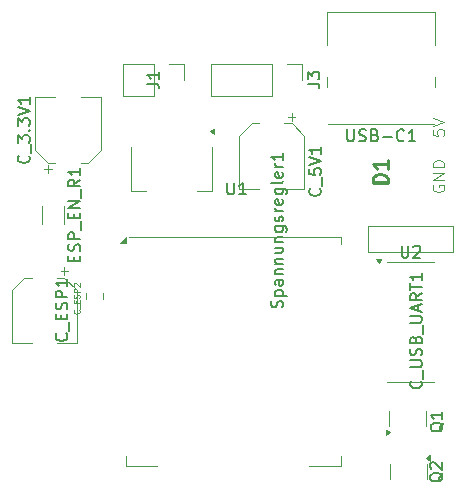
<source format=gbr>
%TF.GenerationSoftware,KiCad,Pcbnew,8.99.0-unknown-e6b739776e~181~ubuntu24.04.1*%
%TF.CreationDate,2024-12-30T21:47:43+01:00*%
%TF.ProjectId,Spinne_Werkstatt,5370696e-6e65-45f5-9765-726b73746174,rev?*%
%TF.SameCoordinates,Original*%
%TF.FileFunction,Legend,Top*%
%TF.FilePolarity,Positive*%
%FSLAX46Y46*%
G04 Gerber Fmt 4.6, Leading zero omitted, Abs format (unit mm)*
G04 Created by KiCad (PCBNEW 8.99.0-unknown-e6b739776e~181~ubuntu24.04.1) date 2024-12-30 21:47:43*
%MOMM*%
%LPD*%
G01*
G04 APERTURE LIST*
%ADD10C,0.100000*%
%ADD11C,0.150000*%
%ADD12C,0.062500*%
%ADD13C,0.254000*%
%ADD14C,0.120000*%
G04 APERTURE END LIST*
D10*
X156122419Y-43969925D02*
X156122419Y-44446115D01*
X156122419Y-44446115D02*
X156598609Y-44493734D01*
X156598609Y-44493734D02*
X156550990Y-44446115D01*
X156550990Y-44446115D02*
X156503371Y-44350877D01*
X156503371Y-44350877D02*
X156503371Y-44112782D01*
X156503371Y-44112782D02*
X156550990Y-44017544D01*
X156550990Y-44017544D02*
X156598609Y-43969925D01*
X156598609Y-43969925D02*
X156693847Y-43922306D01*
X156693847Y-43922306D02*
X156931942Y-43922306D01*
X156931942Y-43922306D02*
X157027180Y-43969925D01*
X157027180Y-43969925D02*
X157074800Y-44017544D01*
X157074800Y-44017544D02*
X157122419Y-44112782D01*
X157122419Y-44112782D02*
X157122419Y-44350877D01*
X157122419Y-44350877D02*
X157074800Y-44446115D01*
X157074800Y-44446115D02*
X157027180Y-44493734D01*
X156122419Y-43636591D02*
X157122419Y-43303258D01*
X157122419Y-43303258D02*
X156122419Y-42969925D01*
X156170038Y-48672306D02*
X156122419Y-48767544D01*
X156122419Y-48767544D02*
X156122419Y-48910401D01*
X156122419Y-48910401D02*
X156170038Y-49053258D01*
X156170038Y-49053258D02*
X156265276Y-49148496D01*
X156265276Y-49148496D02*
X156360514Y-49196115D01*
X156360514Y-49196115D02*
X156550990Y-49243734D01*
X156550990Y-49243734D02*
X156693847Y-49243734D01*
X156693847Y-49243734D02*
X156884323Y-49196115D01*
X156884323Y-49196115D02*
X156979561Y-49148496D01*
X156979561Y-49148496D02*
X157074800Y-49053258D01*
X157074800Y-49053258D02*
X157122419Y-48910401D01*
X157122419Y-48910401D02*
X157122419Y-48815163D01*
X157122419Y-48815163D02*
X157074800Y-48672306D01*
X157074800Y-48672306D02*
X157027180Y-48624687D01*
X157027180Y-48624687D02*
X156693847Y-48624687D01*
X156693847Y-48624687D02*
X156693847Y-48815163D01*
X157122419Y-48196115D02*
X156122419Y-48196115D01*
X156122419Y-48196115D02*
X157122419Y-47624687D01*
X157122419Y-47624687D02*
X156122419Y-47624687D01*
X157122419Y-47148496D02*
X156122419Y-47148496D01*
X156122419Y-47148496D02*
X156122419Y-46910401D01*
X156122419Y-46910401D02*
X156170038Y-46767544D01*
X156170038Y-46767544D02*
X156265276Y-46672306D01*
X156265276Y-46672306D02*
X156360514Y-46624687D01*
X156360514Y-46624687D02*
X156550990Y-46577068D01*
X156550990Y-46577068D02*
X156693847Y-46577068D01*
X156693847Y-46577068D02*
X156884323Y-46624687D01*
X156884323Y-46624687D02*
X156979561Y-46672306D01*
X156979561Y-46672306D02*
X157074800Y-46767544D01*
X157074800Y-46767544D02*
X157122419Y-46910401D01*
X157122419Y-46910401D02*
X157122419Y-47148496D01*
D11*
X125751009Y-55104761D02*
X125751009Y-54771428D01*
X126274819Y-54628571D02*
X126274819Y-55104761D01*
X126274819Y-55104761D02*
X125274819Y-55104761D01*
X125274819Y-55104761D02*
X125274819Y-54628571D01*
X126227200Y-54247618D02*
X126274819Y-54104761D01*
X126274819Y-54104761D02*
X126274819Y-53866666D01*
X126274819Y-53866666D02*
X126227200Y-53771428D01*
X126227200Y-53771428D02*
X126179580Y-53723809D01*
X126179580Y-53723809D02*
X126084342Y-53676190D01*
X126084342Y-53676190D02*
X125989104Y-53676190D01*
X125989104Y-53676190D02*
X125893866Y-53723809D01*
X125893866Y-53723809D02*
X125846247Y-53771428D01*
X125846247Y-53771428D02*
X125798628Y-53866666D01*
X125798628Y-53866666D02*
X125751009Y-54057142D01*
X125751009Y-54057142D02*
X125703390Y-54152380D01*
X125703390Y-54152380D02*
X125655771Y-54199999D01*
X125655771Y-54199999D02*
X125560533Y-54247618D01*
X125560533Y-54247618D02*
X125465295Y-54247618D01*
X125465295Y-54247618D02*
X125370057Y-54199999D01*
X125370057Y-54199999D02*
X125322438Y-54152380D01*
X125322438Y-54152380D02*
X125274819Y-54057142D01*
X125274819Y-54057142D02*
X125274819Y-53819047D01*
X125274819Y-53819047D02*
X125322438Y-53676190D01*
X126274819Y-53247618D02*
X125274819Y-53247618D01*
X125274819Y-53247618D02*
X125274819Y-52866666D01*
X125274819Y-52866666D02*
X125322438Y-52771428D01*
X125322438Y-52771428D02*
X125370057Y-52723809D01*
X125370057Y-52723809D02*
X125465295Y-52676190D01*
X125465295Y-52676190D02*
X125608152Y-52676190D01*
X125608152Y-52676190D02*
X125703390Y-52723809D01*
X125703390Y-52723809D02*
X125751009Y-52771428D01*
X125751009Y-52771428D02*
X125798628Y-52866666D01*
X125798628Y-52866666D02*
X125798628Y-53247618D01*
X126370057Y-52485714D02*
X126370057Y-51723809D01*
X125751009Y-51485713D02*
X125751009Y-51152380D01*
X126274819Y-51009523D02*
X126274819Y-51485713D01*
X126274819Y-51485713D02*
X125274819Y-51485713D01*
X125274819Y-51485713D02*
X125274819Y-51009523D01*
X126274819Y-50580951D02*
X125274819Y-50580951D01*
X125274819Y-50580951D02*
X126274819Y-50009523D01*
X126274819Y-50009523D02*
X125274819Y-50009523D01*
X126370057Y-49771428D02*
X126370057Y-49009523D01*
X126274819Y-48199999D02*
X125798628Y-48533332D01*
X126274819Y-48771427D02*
X125274819Y-48771427D01*
X125274819Y-48771427D02*
X125274819Y-48390475D01*
X125274819Y-48390475D02*
X125322438Y-48295237D01*
X125322438Y-48295237D02*
X125370057Y-48247618D01*
X125370057Y-48247618D02*
X125465295Y-48199999D01*
X125465295Y-48199999D02*
X125608152Y-48199999D01*
X125608152Y-48199999D02*
X125703390Y-48247618D01*
X125703390Y-48247618D02*
X125751009Y-48295237D01*
X125751009Y-48295237D02*
X125798628Y-48390475D01*
X125798628Y-48390475D02*
X125798628Y-48771427D01*
X126274819Y-47247618D02*
X126274819Y-47819046D01*
X126274819Y-47533332D02*
X125274819Y-47533332D01*
X125274819Y-47533332D02*
X125417676Y-47628570D01*
X125417676Y-47628570D02*
X125512914Y-47723808D01*
X125512914Y-47723808D02*
X125560533Y-47819046D01*
X121909580Y-46166666D02*
X121957200Y-46214285D01*
X121957200Y-46214285D02*
X122004819Y-46357142D01*
X122004819Y-46357142D02*
X122004819Y-46452380D01*
X122004819Y-46452380D02*
X121957200Y-46595237D01*
X121957200Y-46595237D02*
X121861961Y-46690475D01*
X121861961Y-46690475D02*
X121766723Y-46738094D01*
X121766723Y-46738094D02*
X121576247Y-46785713D01*
X121576247Y-46785713D02*
X121433390Y-46785713D01*
X121433390Y-46785713D02*
X121242914Y-46738094D01*
X121242914Y-46738094D02*
X121147676Y-46690475D01*
X121147676Y-46690475D02*
X121052438Y-46595237D01*
X121052438Y-46595237D02*
X121004819Y-46452380D01*
X121004819Y-46452380D02*
X121004819Y-46357142D01*
X121004819Y-46357142D02*
X121052438Y-46214285D01*
X121052438Y-46214285D02*
X121100057Y-46166666D01*
X122100057Y-45976190D02*
X122100057Y-45214285D01*
X121004819Y-45071427D02*
X121004819Y-44452380D01*
X121004819Y-44452380D02*
X121385771Y-44785713D01*
X121385771Y-44785713D02*
X121385771Y-44642856D01*
X121385771Y-44642856D02*
X121433390Y-44547618D01*
X121433390Y-44547618D02*
X121481009Y-44499999D01*
X121481009Y-44499999D02*
X121576247Y-44452380D01*
X121576247Y-44452380D02*
X121814342Y-44452380D01*
X121814342Y-44452380D02*
X121909580Y-44499999D01*
X121909580Y-44499999D02*
X121957200Y-44547618D01*
X121957200Y-44547618D02*
X122004819Y-44642856D01*
X122004819Y-44642856D02*
X122004819Y-44928570D01*
X122004819Y-44928570D02*
X121957200Y-45023808D01*
X121957200Y-45023808D02*
X121909580Y-45071427D01*
X121909580Y-44023808D02*
X121957200Y-43976189D01*
X121957200Y-43976189D02*
X122004819Y-44023808D01*
X122004819Y-44023808D02*
X121957200Y-44071427D01*
X121957200Y-44071427D02*
X121909580Y-44023808D01*
X121909580Y-44023808D02*
X122004819Y-44023808D01*
X121004819Y-43642856D02*
X121004819Y-43023809D01*
X121004819Y-43023809D02*
X121385771Y-43357142D01*
X121385771Y-43357142D02*
X121385771Y-43214285D01*
X121385771Y-43214285D02*
X121433390Y-43119047D01*
X121433390Y-43119047D02*
X121481009Y-43071428D01*
X121481009Y-43071428D02*
X121576247Y-43023809D01*
X121576247Y-43023809D02*
X121814342Y-43023809D01*
X121814342Y-43023809D02*
X121909580Y-43071428D01*
X121909580Y-43071428D02*
X121957200Y-43119047D01*
X121957200Y-43119047D02*
X122004819Y-43214285D01*
X122004819Y-43214285D02*
X122004819Y-43499999D01*
X122004819Y-43499999D02*
X121957200Y-43595237D01*
X121957200Y-43595237D02*
X121909580Y-43642856D01*
X121004819Y-42738094D02*
X122004819Y-42404761D01*
X122004819Y-42404761D02*
X121004819Y-42071428D01*
X122004819Y-41214285D02*
X122004819Y-41785713D01*
X122004819Y-41499999D02*
X121004819Y-41499999D01*
X121004819Y-41499999D02*
X121147676Y-41595237D01*
X121147676Y-41595237D02*
X121242914Y-41690475D01*
X121242914Y-41690475D02*
X121290533Y-41785713D01*
D12*
X126180440Y-59238094D02*
X126204250Y-59261903D01*
X126204250Y-59261903D02*
X126228059Y-59333332D01*
X126228059Y-59333332D02*
X126228059Y-59380951D01*
X126228059Y-59380951D02*
X126204250Y-59452379D01*
X126204250Y-59452379D02*
X126156630Y-59499998D01*
X126156630Y-59499998D02*
X126109011Y-59523808D01*
X126109011Y-59523808D02*
X126013773Y-59547617D01*
X126013773Y-59547617D02*
X125942345Y-59547617D01*
X125942345Y-59547617D02*
X125847107Y-59523808D01*
X125847107Y-59523808D02*
X125799488Y-59499998D01*
X125799488Y-59499998D02*
X125751869Y-59452379D01*
X125751869Y-59452379D02*
X125728059Y-59380951D01*
X125728059Y-59380951D02*
X125728059Y-59333332D01*
X125728059Y-59333332D02*
X125751869Y-59261903D01*
X125751869Y-59261903D02*
X125775678Y-59238094D01*
X126275678Y-59142856D02*
X126275678Y-58761903D01*
X125966154Y-58642856D02*
X125966154Y-58476189D01*
X126228059Y-58404761D02*
X126228059Y-58642856D01*
X126228059Y-58642856D02*
X125728059Y-58642856D01*
X125728059Y-58642856D02*
X125728059Y-58404761D01*
X126204250Y-58214284D02*
X126228059Y-58142856D01*
X126228059Y-58142856D02*
X126228059Y-58023808D01*
X126228059Y-58023808D02*
X126204250Y-57976189D01*
X126204250Y-57976189D02*
X126180440Y-57952380D01*
X126180440Y-57952380D02*
X126132821Y-57928570D01*
X126132821Y-57928570D02*
X126085202Y-57928570D01*
X126085202Y-57928570D02*
X126037583Y-57952380D01*
X126037583Y-57952380D02*
X126013773Y-57976189D01*
X126013773Y-57976189D02*
X125989964Y-58023808D01*
X125989964Y-58023808D02*
X125966154Y-58119046D01*
X125966154Y-58119046D02*
X125942345Y-58166665D01*
X125942345Y-58166665D02*
X125918535Y-58190475D01*
X125918535Y-58190475D02*
X125870916Y-58214284D01*
X125870916Y-58214284D02*
X125823297Y-58214284D01*
X125823297Y-58214284D02*
X125775678Y-58190475D01*
X125775678Y-58190475D02*
X125751869Y-58166665D01*
X125751869Y-58166665D02*
X125728059Y-58119046D01*
X125728059Y-58119046D02*
X125728059Y-57999999D01*
X125728059Y-57999999D02*
X125751869Y-57928570D01*
X126228059Y-57714285D02*
X125728059Y-57714285D01*
X125728059Y-57714285D02*
X125728059Y-57523809D01*
X125728059Y-57523809D02*
X125751869Y-57476190D01*
X125751869Y-57476190D02*
X125775678Y-57452380D01*
X125775678Y-57452380D02*
X125823297Y-57428571D01*
X125823297Y-57428571D02*
X125894726Y-57428571D01*
X125894726Y-57428571D02*
X125942345Y-57452380D01*
X125942345Y-57452380D02*
X125966154Y-57476190D01*
X125966154Y-57476190D02*
X125989964Y-57523809D01*
X125989964Y-57523809D02*
X125989964Y-57714285D01*
X125775678Y-57238094D02*
X125751869Y-57214285D01*
X125751869Y-57214285D02*
X125728059Y-57166666D01*
X125728059Y-57166666D02*
X125728059Y-57047618D01*
X125728059Y-57047618D02*
X125751869Y-56999999D01*
X125751869Y-56999999D02*
X125775678Y-56976190D01*
X125775678Y-56976190D02*
X125823297Y-56952380D01*
X125823297Y-56952380D02*
X125870916Y-56952380D01*
X125870916Y-56952380D02*
X125942345Y-56976190D01*
X125942345Y-56976190D02*
X126228059Y-57261904D01*
X126228059Y-57261904D02*
X126228059Y-56952380D01*
D11*
X125109580Y-61226190D02*
X125157200Y-61273809D01*
X125157200Y-61273809D02*
X125204819Y-61416666D01*
X125204819Y-61416666D02*
X125204819Y-61511904D01*
X125204819Y-61511904D02*
X125157200Y-61654761D01*
X125157200Y-61654761D02*
X125061961Y-61749999D01*
X125061961Y-61749999D02*
X124966723Y-61797618D01*
X124966723Y-61797618D02*
X124776247Y-61845237D01*
X124776247Y-61845237D02*
X124633390Y-61845237D01*
X124633390Y-61845237D02*
X124442914Y-61797618D01*
X124442914Y-61797618D02*
X124347676Y-61749999D01*
X124347676Y-61749999D02*
X124252438Y-61654761D01*
X124252438Y-61654761D02*
X124204819Y-61511904D01*
X124204819Y-61511904D02*
X124204819Y-61416666D01*
X124204819Y-61416666D02*
X124252438Y-61273809D01*
X124252438Y-61273809D02*
X124300057Y-61226190D01*
X125300057Y-61035714D02*
X125300057Y-60273809D01*
X124681009Y-60035713D02*
X124681009Y-59702380D01*
X125204819Y-59559523D02*
X125204819Y-60035713D01*
X125204819Y-60035713D02*
X124204819Y-60035713D01*
X124204819Y-60035713D02*
X124204819Y-59559523D01*
X125157200Y-59178570D02*
X125204819Y-59035713D01*
X125204819Y-59035713D02*
X125204819Y-58797618D01*
X125204819Y-58797618D02*
X125157200Y-58702380D01*
X125157200Y-58702380D02*
X125109580Y-58654761D01*
X125109580Y-58654761D02*
X125014342Y-58607142D01*
X125014342Y-58607142D02*
X124919104Y-58607142D01*
X124919104Y-58607142D02*
X124823866Y-58654761D01*
X124823866Y-58654761D02*
X124776247Y-58702380D01*
X124776247Y-58702380D02*
X124728628Y-58797618D01*
X124728628Y-58797618D02*
X124681009Y-58988094D01*
X124681009Y-58988094D02*
X124633390Y-59083332D01*
X124633390Y-59083332D02*
X124585771Y-59130951D01*
X124585771Y-59130951D02*
X124490533Y-59178570D01*
X124490533Y-59178570D02*
X124395295Y-59178570D01*
X124395295Y-59178570D02*
X124300057Y-59130951D01*
X124300057Y-59130951D02*
X124252438Y-59083332D01*
X124252438Y-59083332D02*
X124204819Y-58988094D01*
X124204819Y-58988094D02*
X124204819Y-58749999D01*
X124204819Y-58749999D02*
X124252438Y-58607142D01*
X125204819Y-58178570D02*
X124204819Y-58178570D01*
X124204819Y-58178570D02*
X124204819Y-57797618D01*
X124204819Y-57797618D02*
X124252438Y-57702380D01*
X124252438Y-57702380D02*
X124300057Y-57654761D01*
X124300057Y-57654761D02*
X124395295Y-57607142D01*
X124395295Y-57607142D02*
X124538152Y-57607142D01*
X124538152Y-57607142D02*
X124633390Y-57654761D01*
X124633390Y-57654761D02*
X124681009Y-57702380D01*
X124681009Y-57702380D02*
X124728628Y-57797618D01*
X124728628Y-57797618D02*
X124728628Y-58178570D01*
X125204819Y-56654761D02*
X125204819Y-57226189D01*
X125204819Y-56940475D02*
X124204819Y-56940475D01*
X124204819Y-56940475D02*
X124347676Y-57035713D01*
X124347676Y-57035713D02*
X124442914Y-57130951D01*
X124442914Y-57130951D02*
X124490533Y-57226189D01*
X148892857Y-43954819D02*
X148892857Y-44764342D01*
X148892857Y-44764342D02*
X148940476Y-44859580D01*
X148940476Y-44859580D02*
X148988095Y-44907200D01*
X148988095Y-44907200D02*
X149083333Y-44954819D01*
X149083333Y-44954819D02*
X149273809Y-44954819D01*
X149273809Y-44954819D02*
X149369047Y-44907200D01*
X149369047Y-44907200D02*
X149416666Y-44859580D01*
X149416666Y-44859580D02*
X149464285Y-44764342D01*
X149464285Y-44764342D02*
X149464285Y-43954819D01*
X149892857Y-44907200D02*
X150035714Y-44954819D01*
X150035714Y-44954819D02*
X150273809Y-44954819D01*
X150273809Y-44954819D02*
X150369047Y-44907200D01*
X150369047Y-44907200D02*
X150416666Y-44859580D01*
X150416666Y-44859580D02*
X150464285Y-44764342D01*
X150464285Y-44764342D02*
X150464285Y-44669104D01*
X150464285Y-44669104D02*
X150416666Y-44573866D01*
X150416666Y-44573866D02*
X150369047Y-44526247D01*
X150369047Y-44526247D02*
X150273809Y-44478628D01*
X150273809Y-44478628D02*
X150083333Y-44431009D01*
X150083333Y-44431009D02*
X149988095Y-44383390D01*
X149988095Y-44383390D02*
X149940476Y-44335771D01*
X149940476Y-44335771D02*
X149892857Y-44240533D01*
X149892857Y-44240533D02*
X149892857Y-44145295D01*
X149892857Y-44145295D02*
X149940476Y-44050057D01*
X149940476Y-44050057D02*
X149988095Y-44002438D01*
X149988095Y-44002438D02*
X150083333Y-43954819D01*
X150083333Y-43954819D02*
X150321428Y-43954819D01*
X150321428Y-43954819D02*
X150464285Y-44002438D01*
X151226190Y-44431009D02*
X151369047Y-44478628D01*
X151369047Y-44478628D02*
X151416666Y-44526247D01*
X151416666Y-44526247D02*
X151464285Y-44621485D01*
X151464285Y-44621485D02*
X151464285Y-44764342D01*
X151464285Y-44764342D02*
X151416666Y-44859580D01*
X151416666Y-44859580D02*
X151369047Y-44907200D01*
X151369047Y-44907200D02*
X151273809Y-44954819D01*
X151273809Y-44954819D02*
X150892857Y-44954819D01*
X150892857Y-44954819D02*
X150892857Y-43954819D01*
X150892857Y-43954819D02*
X151226190Y-43954819D01*
X151226190Y-43954819D02*
X151321428Y-44002438D01*
X151321428Y-44002438D02*
X151369047Y-44050057D01*
X151369047Y-44050057D02*
X151416666Y-44145295D01*
X151416666Y-44145295D02*
X151416666Y-44240533D01*
X151416666Y-44240533D02*
X151369047Y-44335771D01*
X151369047Y-44335771D02*
X151321428Y-44383390D01*
X151321428Y-44383390D02*
X151226190Y-44431009D01*
X151226190Y-44431009D02*
X150892857Y-44431009D01*
X151892857Y-44573866D02*
X152654762Y-44573866D01*
X153702380Y-44859580D02*
X153654761Y-44907200D01*
X153654761Y-44907200D02*
X153511904Y-44954819D01*
X153511904Y-44954819D02*
X153416666Y-44954819D01*
X153416666Y-44954819D02*
X153273809Y-44907200D01*
X153273809Y-44907200D02*
X153178571Y-44811961D01*
X153178571Y-44811961D02*
X153130952Y-44716723D01*
X153130952Y-44716723D02*
X153083333Y-44526247D01*
X153083333Y-44526247D02*
X153083333Y-44383390D01*
X153083333Y-44383390D02*
X153130952Y-44192914D01*
X153130952Y-44192914D02*
X153178571Y-44097676D01*
X153178571Y-44097676D02*
X153273809Y-44002438D01*
X153273809Y-44002438D02*
X153416666Y-43954819D01*
X153416666Y-43954819D02*
X153511904Y-43954819D01*
X153511904Y-43954819D02*
X153654761Y-44002438D01*
X153654761Y-44002438D02*
X153702380Y-44050057D01*
X154654761Y-44954819D02*
X154083333Y-44954819D01*
X154369047Y-44954819D02*
X154369047Y-43954819D01*
X154369047Y-43954819D02*
X154273809Y-44097676D01*
X154273809Y-44097676D02*
X154178571Y-44192914D01*
X154178571Y-44192914D02*
X154083333Y-44240533D01*
D13*
X152324318Y-48492381D02*
X151054318Y-48492381D01*
X151054318Y-48492381D02*
X151054318Y-48190000D01*
X151054318Y-48190000D02*
X151114794Y-48008571D01*
X151114794Y-48008571D02*
X151235746Y-47887619D01*
X151235746Y-47887619D02*
X151356699Y-47827142D01*
X151356699Y-47827142D02*
X151598603Y-47766666D01*
X151598603Y-47766666D02*
X151780032Y-47766666D01*
X151780032Y-47766666D02*
X152021937Y-47827142D01*
X152021937Y-47827142D02*
X152142889Y-47887619D01*
X152142889Y-47887619D02*
X152263842Y-48008571D01*
X152263842Y-48008571D02*
X152324318Y-48190000D01*
X152324318Y-48190000D02*
X152324318Y-48492381D01*
X152324318Y-46557142D02*
X152324318Y-47282857D01*
X152324318Y-46920000D02*
X151054318Y-46920000D01*
X151054318Y-46920000D02*
X151235746Y-47040952D01*
X151235746Y-47040952D02*
X151356699Y-47161904D01*
X151356699Y-47161904D02*
X151417175Y-47282857D01*
D11*
X153488095Y-53804819D02*
X153488095Y-54614342D01*
X153488095Y-54614342D02*
X153535714Y-54709580D01*
X153535714Y-54709580D02*
X153583333Y-54757200D01*
X153583333Y-54757200D02*
X153678571Y-54804819D01*
X153678571Y-54804819D02*
X153869047Y-54804819D01*
X153869047Y-54804819D02*
X153964285Y-54757200D01*
X153964285Y-54757200D02*
X154011904Y-54709580D01*
X154011904Y-54709580D02*
X154059523Y-54614342D01*
X154059523Y-54614342D02*
X154059523Y-53804819D01*
X154488095Y-53900057D02*
X154535714Y-53852438D01*
X154535714Y-53852438D02*
X154630952Y-53804819D01*
X154630952Y-53804819D02*
X154869047Y-53804819D01*
X154869047Y-53804819D02*
X154964285Y-53852438D01*
X154964285Y-53852438D02*
X155011904Y-53900057D01*
X155011904Y-53900057D02*
X155059523Y-53995295D01*
X155059523Y-53995295D02*
X155059523Y-54090533D01*
X155059523Y-54090533D02*
X155011904Y-54233390D01*
X155011904Y-54233390D02*
X154440476Y-54804819D01*
X154440476Y-54804819D02*
X155059523Y-54804819D01*
X157000057Y-73032738D02*
X156952438Y-73127976D01*
X156952438Y-73127976D02*
X156857200Y-73223214D01*
X156857200Y-73223214D02*
X156714342Y-73366071D01*
X156714342Y-73366071D02*
X156666723Y-73461309D01*
X156666723Y-73461309D02*
X156666723Y-73556547D01*
X156904819Y-73508928D02*
X156857200Y-73604166D01*
X156857200Y-73604166D02*
X156761961Y-73699404D01*
X156761961Y-73699404D02*
X156571485Y-73747023D01*
X156571485Y-73747023D02*
X156238152Y-73747023D01*
X156238152Y-73747023D02*
X156047676Y-73699404D01*
X156047676Y-73699404D02*
X155952438Y-73604166D01*
X155952438Y-73604166D02*
X155904819Y-73508928D01*
X155904819Y-73508928D02*
X155904819Y-73318452D01*
X155904819Y-73318452D02*
X155952438Y-73223214D01*
X155952438Y-73223214D02*
X156047676Y-73127976D01*
X156047676Y-73127976D02*
X156238152Y-73080357D01*
X156238152Y-73080357D02*
X156571485Y-73080357D01*
X156571485Y-73080357D02*
X156761961Y-73127976D01*
X156761961Y-73127976D02*
X156857200Y-73223214D01*
X156857200Y-73223214D02*
X156904819Y-73318452D01*
X156904819Y-73318452D02*
X156904819Y-73508928D01*
X156000057Y-72699404D02*
X155952438Y-72651785D01*
X155952438Y-72651785D02*
X155904819Y-72556547D01*
X155904819Y-72556547D02*
X155904819Y-72318452D01*
X155904819Y-72318452D02*
X155952438Y-72223214D01*
X155952438Y-72223214D02*
X156000057Y-72175595D01*
X156000057Y-72175595D02*
X156095295Y-72127976D01*
X156095295Y-72127976D02*
X156190533Y-72127976D01*
X156190533Y-72127976D02*
X156333390Y-72175595D01*
X156333390Y-72175595D02*
X156904819Y-72747023D01*
X156904819Y-72747023D02*
X156904819Y-72127976D01*
X143407200Y-59023810D02*
X143454819Y-58880953D01*
X143454819Y-58880953D02*
X143454819Y-58642858D01*
X143454819Y-58642858D02*
X143407200Y-58547620D01*
X143407200Y-58547620D02*
X143359580Y-58500001D01*
X143359580Y-58500001D02*
X143264342Y-58452382D01*
X143264342Y-58452382D02*
X143169104Y-58452382D01*
X143169104Y-58452382D02*
X143073866Y-58500001D01*
X143073866Y-58500001D02*
X143026247Y-58547620D01*
X143026247Y-58547620D02*
X142978628Y-58642858D01*
X142978628Y-58642858D02*
X142931009Y-58833334D01*
X142931009Y-58833334D02*
X142883390Y-58928572D01*
X142883390Y-58928572D02*
X142835771Y-58976191D01*
X142835771Y-58976191D02*
X142740533Y-59023810D01*
X142740533Y-59023810D02*
X142645295Y-59023810D01*
X142645295Y-59023810D02*
X142550057Y-58976191D01*
X142550057Y-58976191D02*
X142502438Y-58928572D01*
X142502438Y-58928572D02*
X142454819Y-58833334D01*
X142454819Y-58833334D02*
X142454819Y-58595239D01*
X142454819Y-58595239D02*
X142502438Y-58452382D01*
X142788152Y-58023810D02*
X143788152Y-58023810D01*
X142835771Y-58023810D02*
X142788152Y-57928572D01*
X142788152Y-57928572D02*
X142788152Y-57738096D01*
X142788152Y-57738096D02*
X142835771Y-57642858D01*
X142835771Y-57642858D02*
X142883390Y-57595239D01*
X142883390Y-57595239D02*
X142978628Y-57547620D01*
X142978628Y-57547620D02*
X143264342Y-57547620D01*
X143264342Y-57547620D02*
X143359580Y-57595239D01*
X143359580Y-57595239D02*
X143407200Y-57642858D01*
X143407200Y-57642858D02*
X143454819Y-57738096D01*
X143454819Y-57738096D02*
X143454819Y-57928572D01*
X143454819Y-57928572D02*
X143407200Y-58023810D01*
X143454819Y-56690477D02*
X142931009Y-56690477D01*
X142931009Y-56690477D02*
X142835771Y-56738096D01*
X142835771Y-56738096D02*
X142788152Y-56833334D01*
X142788152Y-56833334D02*
X142788152Y-57023810D01*
X142788152Y-57023810D02*
X142835771Y-57119048D01*
X143407200Y-56690477D02*
X143454819Y-56785715D01*
X143454819Y-56785715D02*
X143454819Y-57023810D01*
X143454819Y-57023810D02*
X143407200Y-57119048D01*
X143407200Y-57119048D02*
X143311961Y-57166667D01*
X143311961Y-57166667D02*
X143216723Y-57166667D01*
X143216723Y-57166667D02*
X143121485Y-57119048D01*
X143121485Y-57119048D02*
X143073866Y-57023810D01*
X143073866Y-57023810D02*
X143073866Y-56785715D01*
X143073866Y-56785715D02*
X143026247Y-56690477D01*
X142788152Y-56214286D02*
X143454819Y-56214286D01*
X142883390Y-56214286D02*
X142835771Y-56166667D01*
X142835771Y-56166667D02*
X142788152Y-56071429D01*
X142788152Y-56071429D02*
X142788152Y-55928572D01*
X142788152Y-55928572D02*
X142835771Y-55833334D01*
X142835771Y-55833334D02*
X142931009Y-55785715D01*
X142931009Y-55785715D02*
X143454819Y-55785715D01*
X142788152Y-55309524D02*
X143454819Y-55309524D01*
X142883390Y-55309524D02*
X142835771Y-55261905D01*
X142835771Y-55261905D02*
X142788152Y-55166667D01*
X142788152Y-55166667D02*
X142788152Y-55023810D01*
X142788152Y-55023810D02*
X142835771Y-54928572D01*
X142835771Y-54928572D02*
X142931009Y-54880953D01*
X142931009Y-54880953D02*
X143454819Y-54880953D01*
X142788152Y-53976191D02*
X143454819Y-53976191D01*
X142788152Y-54404762D02*
X143311961Y-54404762D01*
X143311961Y-54404762D02*
X143407200Y-54357143D01*
X143407200Y-54357143D02*
X143454819Y-54261905D01*
X143454819Y-54261905D02*
X143454819Y-54119048D01*
X143454819Y-54119048D02*
X143407200Y-54023810D01*
X143407200Y-54023810D02*
X143359580Y-53976191D01*
X142788152Y-53500000D02*
X143454819Y-53500000D01*
X142883390Y-53500000D02*
X142835771Y-53452381D01*
X142835771Y-53452381D02*
X142788152Y-53357143D01*
X142788152Y-53357143D02*
X142788152Y-53214286D01*
X142788152Y-53214286D02*
X142835771Y-53119048D01*
X142835771Y-53119048D02*
X142931009Y-53071429D01*
X142931009Y-53071429D02*
X143454819Y-53071429D01*
X142788152Y-52166667D02*
X143597676Y-52166667D01*
X143597676Y-52166667D02*
X143692914Y-52214286D01*
X143692914Y-52214286D02*
X143740533Y-52261905D01*
X143740533Y-52261905D02*
X143788152Y-52357143D01*
X143788152Y-52357143D02*
X143788152Y-52500000D01*
X143788152Y-52500000D02*
X143740533Y-52595238D01*
X143407200Y-52166667D02*
X143454819Y-52261905D01*
X143454819Y-52261905D02*
X143454819Y-52452381D01*
X143454819Y-52452381D02*
X143407200Y-52547619D01*
X143407200Y-52547619D02*
X143359580Y-52595238D01*
X143359580Y-52595238D02*
X143264342Y-52642857D01*
X143264342Y-52642857D02*
X142978628Y-52642857D01*
X142978628Y-52642857D02*
X142883390Y-52595238D01*
X142883390Y-52595238D02*
X142835771Y-52547619D01*
X142835771Y-52547619D02*
X142788152Y-52452381D01*
X142788152Y-52452381D02*
X142788152Y-52261905D01*
X142788152Y-52261905D02*
X142835771Y-52166667D01*
X143407200Y-51738095D02*
X143454819Y-51642857D01*
X143454819Y-51642857D02*
X143454819Y-51452381D01*
X143454819Y-51452381D02*
X143407200Y-51357143D01*
X143407200Y-51357143D02*
X143311961Y-51309524D01*
X143311961Y-51309524D02*
X143264342Y-51309524D01*
X143264342Y-51309524D02*
X143169104Y-51357143D01*
X143169104Y-51357143D02*
X143121485Y-51452381D01*
X143121485Y-51452381D02*
X143121485Y-51595238D01*
X143121485Y-51595238D02*
X143073866Y-51690476D01*
X143073866Y-51690476D02*
X142978628Y-51738095D01*
X142978628Y-51738095D02*
X142931009Y-51738095D01*
X142931009Y-51738095D02*
X142835771Y-51690476D01*
X142835771Y-51690476D02*
X142788152Y-51595238D01*
X142788152Y-51595238D02*
X142788152Y-51452381D01*
X142788152Y-51452381D02*
X142835771Y-51357143D01*
X143454819Y-50880952D02*
X142788152Y-50880952D01*
X142978628Y-50880952D02*
X142883390Y-50833333D01*
X142883390Y-50833333D02*
X142835771Y-50785714D01*
X142835771Y-50785714D02*
X142788152Y-50690476D01*
X142788152Y-50690476D02*
X142788152Y-50595238D01*
X143407200Y-49880952D02*
X143454819Y-49976190D01*
X143454819Y-49976190D02*
X143454819Y-50166666D01*
X143454819Y-50166666D02*
X143407200Y-50261904D01*
X143407200Y-50261904D02*
X143311961Y-50309523D01*
X143311961Y-50309523D02*
X142931009Y-50309523D01*
X142931009Y-50309523D02*
X142835771Y-50261904D01*
X142835771Y-50261904D02*
X142788152Y-50166666D01*
X142788152Y-50166666D02*
X142788152Y-49976190D01*
X142788152Y-49976190D02*
X142835771Y-49880952D01*
X142835771Y-49880952D02*
X142931009Y-49833333D01*
X142931009Y-49833333D02*
X143026247Y-49833333D01*
X143026247Y-49833333D02*
X143121485Y-50309523D01*
X142788152Y-48976190D02*
X143597676Y-48976190D01*
X143597676Y-48976190D02*
X143692914Y-49023809D01*
X143692914Y-49023809D02*
X143740533Y-49071428D01*
X143740533Y-49071428D02*
X143788152Y-49166666D01*
X143788152Y-49166666D02*
X143788152Y-49309523D01*
X143788152Y-49309523D02*
X143740533Y-49404761D01*
X143407200Y-48976190D02*
X143454819Y-49071428D01*
X143454819Y-49071428D02*
X143454819Y-49261904D01*
X143454819Y-49261904D02*
X143407200Y-49357142D01*
X143407200Y-49357142D02*
X143359580Y-49404761D01*
X143359580Y-49404761D02*
X143264342Y-49452380D01*
X143264342Y-49452380D02*
X142978628Y-49452380D01*
X142978628Y-49452380D02*
X142883390Y-49404761D01*
X142883390Y-49404761D02*
X142835771Y-49357142D01*
X142835771Y-49357142D02*
X142788152Y-49261904D01*
X142788152Y-49261904D02*
X142788152Y-49071428D01*
X142788152Y-49071428D02*
X142835771Y-48976190D01*
X143454819Y-48357142D02*
X143407200Y-48452380D01*
X143407200Y-48452380D02*
X143311961Y-48499999D01*
X143311961Y-48499999D02*
X142454819Y-48499999D01*
X143407200Y-47595237D02*
X143454819Y-47690475D01*
X143454819Y-47690475D02*
X143454819Y-47880951D01*
X143454819Y-47880951D02*
X143407200Y-47976189D01*
X143407200Y-47976189D02*
X143311961Y-48023808D01*
X143311961Y-48023808D02*
X142931009Y-48023808D01*
X142931009Y-48023808D02*
X142835771Y-47976189D01*
X142835771Y-47976189D02*
X142788152Y-47880951D01*
X142788152Y-47880951D02*
X142788152Y-47690475D01*
X142788152Y-47690475D02*
X142835771Y-47595237D01*
X142835771Y-47595237D02*
X142931009Y-47547618D01*
X142931009Y-47547618D02*
X143026247Y-47547618D01*
X143026247Y-47547618D02*
X143121485Y-48023808D01*
X143454819Y-47119046D02*
X142788152Y-47119046D01*
X142978628Y-47119046D02*
X142883390Y-47071427D01*
X142883390Y-47071427D02*
X142835771Y-47023808D01*
X142835771Y-47023808D02*
X142788152Y-46928570D01*
X142788152Y-46928570D02*
X142788152Y-46833332D01*
X143454819Y-45976189D02*
X143454819Y-46547617D01*
X143454819Y-46261903D02*
X142454819Y-46261903D01*
X142454819Y-46261903D02*
X142597676Y-46357141D01*
X142597676Y-46357141D02*
X142692914Y-46452379D01*
X142692914Y-46452379D02*
X142740533Y-46547617D01*
X157050057Y-68782738D02*
X157002438Y-68877976D01*
X157002438Y-68877976D02*
X156907200Y-68973214D01*
X156907200Y-68973214D02*
X156764342Y-69116071D01*
X156764342Y-69116071D02*
X156716723Y-69211309D01*
X156716723Y-69211309D02*
X156716723Y-69306547D01*
X156954819Y-69258928D02*
X156907200Y-69354166D01*
X156907200Y-69354166D02*
X156811961Y-69449404D01*
X156811961Y-69449404D02*
X156621485Y-69497023D01*
X156621485Y-69497023D02*
X156288152Y-69497023D01*
X156288152Y-69497023D02*
X156097676Y-69449404D01*
X156097676Y-69449404D02*
X156002438Y-69354166D01*
X156002438Y-69354166D02*
X155954819Y-69258928D01*
X155954819Y-69258928D02*
X155954819Y-69068452D01*
X155954819Y-69068452D02*
X156002438Y-68973214D01*
X156002438Y-68973214D02*
X156097676Y-68877976D01*
X156097676Y-68877976D02*
X156288152Y-68830357D01*
X156288152Y-68830357D02*
X156621485Y-68830357D01*
X156621485Y-68830357D02*
X156811961Y-68877976D01*
X156811961Y-68877976D02*
X156907200Y-68973214D01*
X156907200Y-68973214D02*
X156954819Y-69068452D01*
X156954819Y-69068452D02*
X156954819Y-69258928D01*
X156954819Y-67877976D02*
X156954819Y-68449404D01*
X156954819Y-68163690D02*
X155954819Y-68163690D01*
X155954819Y-68163690D02*
X156097676Y-68258928D01*
X156097676Y-68258928D02*
X156192914Y-68354166D01*
X156192914Y-68354166D02*
X156240533Y-68449404D01*
X131954819Y-40083333D02*
X132669104Y-40083333D01*
X132669104Y-40083333D02*
X132811961Y-40130952D01*
X132811961Y-40130952D02*
X132907200Y-40226190D01*
X132907200Y-40226190D02*
X132954819Y-40369047D01*
X132954819Y-40369047D02*
X132954819Y-40464285D01*
X132954819Y-39083333D02*
X132954819Y-39654761D01*
X132954819Y-39369047D02*
X131954819Y-39369047D01*
X131954819Y-39369047D02*
X132097676Y-39464285D01*
X132097676Y-39464285D02*
X132192914Y-39559523D01*
X132192914Y-39559523D02*
X132240533Y-39654761D01*
X145534819Y-40083333D02*
X146249104Y-40083333D01*
X146249104Y-40083333D02*
X146391961Y-40130952D01*
X146391961Y-40130952D02*
X146487200Y-40226190D01*
X146487200Y-40226190D02*
X146534819Y-40369047D01*
X146534819Y-40369047D02*
X146534819Y-40464285D01*
X145534819Y-39702380D02*
X145534819Y-39083333D01*
X145534819Y-39083333D02*
X145915771Y-39416666D01*
X145915771Y-39416666D02*
X145915771Y-39273809D01*
X145915771Y-39273809D02*
X145963390Y-39178571D01*
X145963390Y-39178571D02*
X146011009Y-39130952D01*
X146011009Y-39130952D02*
X146106247Y-39083333D01*
X146106247Y-39083333D02*
X146344342Y-39083333D01*
X146344342Y-39083333D02*
X146439580Y-39130952D01*
X146439580Y-39130952D02*
X146487200Y-39178571D01*
X146487200Y-39178571D02*
X146534819Y-39273809D01*
X146534819Y-39273809D02*
X146534819Y-39559523D01*
X146534819Y-39559523D02*
X146487200Y-39654761D01*
X146487200Y-39654761D02*
X146439580Y-39702380D01*
X155109580Y-65261905D02*
X155157200Y-65309524D01*
X155157200Y-65309524D02*
X155204819Y-65452381D01*
X155204819Y-65452381D02*
X155204819Y-65547619D01*
X155204819Y-65547619D02*
X155157200Y-65690476D01*
X155157200Y-65690476D02*
X155061961Y-65785714D01*
X155061961Y-65785714D02*
X154966723Y-65833333D01*
X154966723Y-65833333D02*
X154776247Y-65880952D01*
X154776247Y-65880952D02*
X154633390Y-65880952D01*
X154633390Y-65880952D02*
X154442914Y-65833333D01*
X154442914Y-65833333D02*
X154347676Y-65785714D01*
X154347676Y-65785714D02*
X154252438Y-65690476D01*
X154252438Y-65690476D02*
X154204819Y-65547619D01*
X154204819Y-65547619D02*
X154204819Y-65452381D01*
X154204819Y-65452381D02*
X154252438Y-65309524D01*
X154252438Y-65309524D02*
X154300057Y-65261905D01*
X155300057Y-65071429D02*
X155300057Y-64309524D01*
X154204819Y-64071428D02*
X155014342Y-64071428D01*
X155014342Y-64071428D02*
X155109580Y-64023809D01*
X155109580Y-64023809D02*
X155157200Y-63976190D01*
X155157200Y-63976190D02*
X155204819Y-63880952D01*
X155204819Y-63880952D02*
X155204819Y-63690476D01*
X155204819Y-63690476D02*
X155157200Y-63595238D01*
X155157200Y-63595238D02*
X155109580Y-63547619D01*
X155109580Y-63547619D02*
X155014342Y-63500000D01*
X155014342Y-63500000D02*
X154204819Y-63500000D01*
X155157200Y-63071428D02*
X155204819Y-62928571D01*
X155204819Y-62928571D02*
X155204819Y-62690476D01*
X155204819Y-62690476D02*
X155157200Y-62595238D01*
X155157200Y-62595238D02*
X155109580Y-62547619D01*
X155109580Y-62547619D02*
X155014342Y-62500000D01*
X155014342Y-62500000D02*
X154919104Y-62500000D01*
X154919104Y-62500000D02*
X154823866Y-62547619D01*
X154823866Y-62547619D02*
X154776247Y-62595238D01*
X154776247Y-62595238D02*
X154728628Y-62690476D01*
X154728628Y-62690476D02*
X154681009Y-62880952D01*
X154681009Y-62880952D02*
X154633390Y-62976190D01*
X154633390Y-62976190D02*
X154585771Y-63023809D01*
X154585771Y-63023809D02*
X154490533Y-63071428D01*
X154490533Y-63071428D02*
X154395295Y-63071428D01*
X154395295Y-63071428D02*
X154300057Y-63023809D01*
X154300057Y-63023809D02*
X154252438Y-62976190D01*
X154252438Y-62976190D02*
X154204819Y-62880952D01*
X154204819Y-62880952D02*
X154204819Y-62642857D01*
X154204819Y-62642857D02*
X154252438Y-62500000D01*
X154681009Y-61738095D02*
X154728628Y-61595238D01*
X154728628Y-61595238D02*
X154776247Y-61547619D01*
X154776247Y-61547619D02*
X154871485Y-61500000D01*
X154871485Y-61500000D02*
X155014342Y-61500000D01*
X155014342Y-61500000D02*
X155109580Y-61547619D01*
X155109580Y-61547619D02*
X155157200Y-61595238D01*
X155157200Y-61595238D02*
X155204819Y-61690476D01*
X155204819Y-61690476D02*
X155204819Y-62071428D01*
X155204819Y-62071428D02*
X154204819Y-62071428D01*
X154204819Y-62071428D02*
X154204819Y-61738095D01*
X154204819Y-61738095D02*
X154252438Y-61642857D01*
X154252438Y-61642857D02*
X154300057Y-61595238D01*
X154300057Y-61595238D02*
X154395295Y-61547619D01*
X154395295Y-61547619D02*
X154490533Y-61547619D01*
X154490533Y-61547619D02*
X154585771Y-61595238D01*
X154585771Y-61595238D02*
X154633390Y-61642857D01*
X154633390Y-61642857D02*
X154681009Y-61738095D01*
X154681009Y-61738095D02*
X154681009Y-62071428D01*
X155300057Y-61309524D02*
X155300057Y-60547619D01*
X154204819Y-60309523D02*
X155014342Y-60309523D01*
X155014342Y-60309523D02*
X155109580Y-60261904D01*
X155109580Y-60261904D02*
X155157200Y-60214285D01*
X155157200Y-60214285D02*
X155204819Y-60119047D01*
X155204819Y-60119047D02*
X155204819Y-59928571D01*
X155204819Y-59928571D02*
X155157200Y-59833333D01*
X155157200Y-59833333D02*
X155109580Y-59785714D01*
X155109580Y-59785714D02*
X155014342Y-59738095D01*
X155014342Y-59738095D02*
X154204819Y-59738095D01*
X154919104Y-59309523D02*
X154919104Y-58833333D01*
X155204819Y-59404761D02*
X154204819Y-59071428D01*
X154204819Y-59071428D02*
X155204819Y-58738095D01*
X155204819Y-57833333D02*
X154728628Y-58166666D01*
X155204819Y-58404761D02*
X154204819Y-58404761D01*
X154204819Y-58404761D02*
X154204819Y-58023809D01*
X154204819Y-58023809D02*
X154252438Y-57928571D01*
X154252438Y-57928571D02*
X154300057Y-57880952D01*
X154300057Y-57880952D02*
X154395295Y-57833333D01*
X154395295Y-57833333D02*
X154538152Y-57833333D01*
X154538152Y-57833333D02*
X154633390Y-57880952D01*
X154633390Y-57880952D02*
X154681009Y-57928571D01*
X154681009Y-57928571D02*
X154728628Y-58023809D01*
X154728628Y-58023809D02*
X154728628Y-58404761D01*
X154204819Y-57547618D02*
X154204819Y-56976190D01*
X155204819Y-57261904D02*
X154204819Y-57261904D01*
X155204819Y-56119047D02*
X155204819Y-56690475D01*
X155204819Y-56404761D02*
X154204819Y-56404761D01*
X154204819Y-56404761D02*
X154347676Y-56499999D01*
X154347676Y-56499999D02*
X154442914Y-56595237D01*
X154442914Y-56595237D02*
X154490533Y-56690475D01*
X146559580Y-48952381D02*
X146607200Y-49000000D01*
X146607200Y-49000000D02*
X146654819Y-49142857D01*
X146654819Y-49142857D02*
X146654819Y-49238095D01*
X146654819Y-49238095D02*
X146607200Y-49380952D01*
X146607200Y-49380952D02*
X146511961Y-49476190D01*
X146511961Y-49476190D02*
X146416723Y-49523809D01*
X146416723Y-49523809D02*
X146226247Y-49571428D01*
X146226247Y-49571428D02*
X146083390Y-49571428D01*
X146083390Y-49571428D02*
X145892914Y-49523809D01*
X145892914Y-49523809D02*
X145797676Y-49476190D01*
X145797676Y-49476190D02*
X145702438Y-49380952D01*
X145702438Y-49380952D02*
X145654819Y-49238095D01*
X145654819Y-49238095D02*
X145654819Y-49142857D01*
X145654819Y-49142857D02*
X145702438Y-49000000D01*
X145702438Y-49000000D02*
X145750057Y-48952381D01*
X146750057Y-48761905D02*
X146750057Y-48000000D01*
X145654819Y-47285714D02*
X145654819Y-47761904D01*
X145654819Y-47761904D02*
X146131009Y-47809523D01*
X146131009Y-47809523D02*
X146083390Y-47761904D01*
X146083390Y-47761904D02*
X146035771Y-47666666D01*
X146035771Y-47666666D02*
X146035771Y-47428571D01*
X146035771Y-47428571D02*
X146083390Y-47333333D01*
X146083390Y-47333333D02*
X146131009Y-47285714D01*
X146131009Y-47285714D02*
X146226247Y-47238095D01*
X146226247Y-47238095D02*
X146464342Y-47238095D01*
X146464342Y-47238095D02*
X146559580Y-47285714D01*
X146559580Y-47285714D02*
X146607200Y-47333333D01*
X146607200Y-47333333D02*
X146654819Y-47428571D01*
X146654819Y-47428571D02*
X146654819Y-47666666D01*
X146654819Y-47666666D02*
X146607200Y-47761904D01*
X146607200Y-47761904D02*
X146559580Y-47809523D01*
X145654819Y-46952380D02*
X146654819Y-46619047D01*
X146654819Y-46619047D02*
X145654819Y-46285714D01*
X146654819Y-45428571D02*
X146654819Y-45999999D01*
X146654819Y-45714285D02*
X145654819Y-45714285D01*
X145654819Y-45714285D02*
X145797676Y-45809523D01*
X145797676Y-45809523D02*
X145892914Y-45904761D01*
X145892914Y-45904761D02*
X145940533Y-45999999D01*
X138738095Y-48454819D02*
X138738095Y-49264342D01*
X138738095Y-49264342D02*
X138785714Y-49359580D01*
X138785714Y-49359580D02*
X138833333Y-49407200D01*
X138833333Y-49407200D02*
X138928571Y-49454819D01*
X138928571Y-49454819D02*
X139119047Y-49454819D01*
X139119047Y-49454819D02*
X139214285Y-49407200D01*
X139214285Y-49407200D02*
X139261904Y-49359580D01*
X139261904Y-49359580D02*
X139309523Y-49264342D01*
X139309523Y-49264342D02*
X139309523Y-48454819D01*
X140309523Y-49454819D02*
X139738095Y-49454819D01*
X140023809Y-49454819D02*
X140023809Y-48454819D01*
X140023809Y-48454819D02*
X139928571Y-48597676D01*
X139928571Y-48597676D02*
X139833333Y-48692914D01*
X139833333Y-48692914D02*
X139738095Y-48740533D01*
D14*
%TO.C,ESP_EN_R1*%
X124910000Y-50472936D02*
X124910000Y-51927064D01*
X123090000Y-50472936D02*
X123090000Y-51927064D01*
%TO.C,C_3.3V1*%
X128010000Y-45695563D02*
X128010000Y-41240000D01*
X128010000Y-41240000D02*
X126310000Y-41240000D01*
X126945563Y-46760000D02*
X128010000Y-45695563D01*
X126945563Y-46760000D02*
X126310000Y-46760000D01*
X123565000Y-47625000D02*
X123565000Y-47000000D01*
X123554437Y-46760000D02*
X124190000Y-46760000D01*
X123554437Y-46760000D02*
X122490000Y-45695563D01*
X123252500Y-47312500D02*
X123877500Y-47312500D01*
X122490000Y-45695563D02*
X122490000Y-41240000D01*
X122490000Y-41240000D02*
X124190000Y-41240000D01*
%TO.C,C_ESP2*%
X128235000Y-57776248D02*
X128235000Y-58298752D01*
X126765000Y-57776248D02*
X126765000Y-58298752D01*
%TO.C,C_ESP1*%
X120490000Y-62010000D02*
X122190000Y-62010000D01*
X126010000Y-62010000D02*
X124310000Y-62010000D01*
X120490000Y-57554437D02*
X120490000Y-62010000D01*
X126010000Y-57554437D02*
X126010000Y-62010000D01*
X121554437Y-56490000D02*
X120490000Y-57554437D01*
X121554437Y-56490000D02*
X122190000Y-56490000D01*
X124945563Y-56490000D02*
X126010000Y-57554437D01*
X124945563Y-56490000D02*
X124310000Y-56490000D01*
X125247500Y-55937500D02*
X124622500Y-55937500D01*
X124935000Y-55625000D02*
X124935000Y-56250000D01*
%TO.C,USB-C1*%
X147155000Y-36775000D02*
X147155000Y-34045000D01*
X147155000Y-40375000D02*
X147155000Y-39475000D01*
X156225000Y-43455000D02*
X147275000Y-43455000D01*
X156345000Y-34045000D02*
X147155000Y-34045000D01*
X156345000Y-36775000D02*
X156345000Y-34045000D01*
X156345000Y-40375000D02*
X156345000Y-39475000D01*
D10*
%TO.C,D1*%
X151150000Y-46755000D02*
X152350000Y-46755000D01*
X151150000Y-48355000D02*
X152350000Y-48355000D01*
D14*
%TO.C,U2*%
X154250000Y-55190000D02*
X152300000Y-55190000D01*
X154250000Y-55190000D02*
X156200000Y-55190000D01*
X154250000Y-65310000D02*
X152300000Y-65310000D01*
X154250000Y-65310000D02*
X156200000Y-65310000D01*
X151550000Y-55245000D02*
X151310000Y-54915000D01*
X151790000Y-54915000D01*
X151550000Y-55245000D01*
G36*
X151550000Y-55245000D02*
G01*
X151310000Y-54915000D01*
X151790000Y-54915000D01*
X151550000Y-55245000D01*
G37*
%TO.C,Q2*%
X152490000Y-72937500D02*
X152490000Y-72287500D01*
X152490000Y-72937500D02*
X152490000Y-73587500D01*
X155610000Y-72937500D02*
X155610000Y-72287500D01*
X155610000Y-72937500D02*
X155610000Y-73587500D01*
X155890000Y-72015000D02*
X155560000Y-71775000D01*
X155890000Y-71535000D01*
X155890000Y-72015000D01*
G36*
X155890000Y-72015000D02*
G01*
X155560000Y-71775000D01*
X155890000Y-71535000D01*
X155890000Y-72015000D01*
G37*
%TO.C,Spannungsregler1*%
X130590000Y-45400000D02*
X130590000Y-49160000D01*
X130590000Y-49160000D02*
X131850000Y-49160000D01*
X137410000Y-45400000D02*
X137410000Y-49160000D01*
X137410000Y-49160000D02*
X136150000Y-49160000D01*
X137640000Y-44360000D02*
X137310000Y-44120000D01*
X137640000Y-43880000D01*
X137640000Y-44360000D01*
G36*
X137640000Y-44360000D02*
G01*
X137310000Y-44120000D01*
X137640000Y-43880000D01*
X137640000Y-44360000D01*
G37*
%TO.C,Q1*%
X152440000Y-68437500D02*
X152440000Y-67787500D01*
X152440000Y-68437500D02*
X152440000Y-69087500D01*
X155560000Y-68437500D02*
X155560000Y-67787500D01*
X155560000Y-68437500D02*
X155560000Y-69087500D01*
X152490000Y-69600000D02*
X152160000Y-69840000D01*
X152160000Y-69360000D01*
X152490000Y-69600000D01*
G36*
X152490000Y-69600000D02*
G01*
X152160000Y-69840000D01*
X152160000Y-69360000D01*
X152490000Y-69600000D01*
G37*
%TO.C,J1*%
X129905000Y-38420000D02*
X129905000Y-41080000D01*
X132505000Y-38420000D02*
X129905000Y-38420000D01*
X132505000Y-38420000D02*
X132505000Y-41080000D01*
X132505000Y-41080000D02*
X129905000Y-41080000D01*
X133775000Y-38420000D02*
X135105000Y-38420000D01*
X135105000Y-38420000D02*
X135105000Y-39750000D01*
%TO.C,J3*%
X137340000Y-38420000D02*
X137340000Y-41080000D01*
X142480000Y-38420000D02*
X137340000Y-38420000D01*
X142480000Y-38420000D02*
X142480000Y-41080000D01*
X142480000Y-41080000D02*
X137340000Y-41080000D01*
X143750000Y-38420000D02*
X145080000Y-38420000D01*
X145080000Y-38420000D02*
X145080000Y-39750000D01*
%TO.C,C_USB_UART1*%
X150630000Y-54370000D02*
X150630000Y-52130000D01*
X157870000Y-52130000D02*
X150630000Y-52130000D01*
X157870000Y-54370000D02*
X150630000Y-54370000D01*
X157870000Y-54370000D02*
X157870000Y-52130000D01*
%TO.C,C_5V1*%
X139740000Y-44504437D02*
X139740000Y-48960000D01*
X139740000Y-48960000D02*
X141440000Y-48960000D01*
X140804437Y-43440000D02*
X139740000Y-44504437D01*
X140804437Y-43440000D02*
X141440000Y-43440000D01*
X144185000Y-42575000D02*
X144185000Y-43200000D01*
X144195563Y-43440000D02*
X143560000Y-43440000D01*
X144195563Y-43440000D02*
X145260000Y-44504437D01*
X144497500Y-42887500D02*
X143872500Y-42887500D01*
X145260000Y-44504437D02*
X145260000Y-48960000D01*
X145260000Y-48960000D02*
X143560000Y-48960000D01*
%TO.C,U1*%
X130140000Y-71560000D02*
X130140000Y-72460000D01*
X130140000Y-72460000D02*
X132825000Y-72460000D01*
X130450000Y-53040000D02*
X148360000Y-53040000D01*
X145675000Y-72460000D02*
X148360000Y-72460000D01*
X148360000Y-53040000D02*
X148360000Y-53630000D01*
X148360000Y-71560000D02*
X148360000Y-72460000D01*
X130140000Y-53600000D02*
X129640000Y-53600000D01*
X130140000Y-53100000D01*
X130140000Y-53600000D01*
G36*
X130140000Y-53600000D02*
G01*
X129640000Y-53600000D01*
X130140000Y-53100000D01*
X130140000Y-53600000D01*
G37*
%TD*%
M02*

</source>
